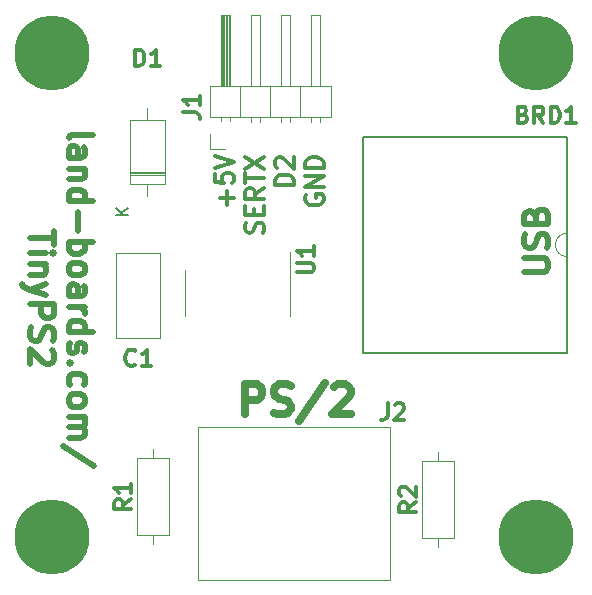
<source format=gbr>
G04 #@! TF.GenerationSoftware,KiCad,Pcbnew,(6.0.1)*
G04 #@! TF.CreationDate,2022-08-01T18:48:13-04:00*
G04 #@! TF.ProjectId,TinyPS2,54696e79-5053-4322-9e6b-696361645f70,X1*
G04 #@! TF.SameCoordinates,Original*
G04 #@! TF.FileFunction,Legend,Top*
G04 #@! TF.FilePolarity,Positive*
%FSLAX46Y46*%
G04 Gerber Fmt 4.6, Leading zero omitted, Abs format (unit mm)*
G04 Created by KiCad (PCBNEW (6.0.1)) date 2022-08-01 18:48:13*
%MOMM*%
%LPD*%
G01*
G04 APERTURE LIST*
%ADD10C,0.304800*%
%ADD11C,0.635000*%
%ADD12C,0.508000*%
%ADD13C,0.320000*%
%ADD14C,0.150000*%
%ADD15C,0.120000*%
%ADD16C,6.350000*%
G04 APERTURE END LIST*
D10*
X28821343Y-26831834D02*
X28821343Y-25670691D01*
X29421267Y-26251262D02*
X28221419Y-26251262D01*
X27846467Y-24219262D02*
X27846467Y-24944977D01*
X28596372Y-25017548D01*
X28521381Y-24944977D01*
X28446391Y-24799834D01*
X28446391Y-24436977D01*
X28521381Y-24291834D01*
X28596372Y-24219262D01*
X28746353Y-24146691D01*
X29121305Y-24146691D01*
X29271286Y-24219262D01*
X29346277Y-24291834D01*
X29421267Y-24436977D01*
X29421267Y-24799834D01*
X29346277Y-24944977D01*
X29271286Y-25017548D01*
X27846467Y-23711262D02*
X29421267Y-23203262D01*
X27846467Y-22695262D01*
X31881705Y-29226691D02*
X31956695Y-29008977D01*
X31956695Y-28646120D01*
X31881705Y-28500977D01*
X31806714Y-28428405D01*
X31656733Y-28355834D01*
X31506752Y-28355834D01*
X31356771Y-28428405D01*
X31281781Y-28500977D01*
X31206790Y-28646120D01*
X31131800Y-28936405D01*
X31056809Y-29081548D01*
X30981819Y-29154120D01*
X30831838Y-29226691D01*
X30681857Y-29226691D01*
X30531876Y-29154120D01*
X30456886Y-29081548D01*
X30381895Y-28936405D01*
X30381895Y-28573548D01*
X30456886Y-28355834D01*
X31131800Y-27702691D02*
X31131800Y-27194691D01*
X31956695Y-26976977D02*
X31956695Y-27702691D01*
X30381895Y-27702691D01*
X30381895Y-26976977D01*
X31956695Y-25452977D02*
X31206790Y-25960977D01*
X31956695Y-26323834D02*
X30381895Y-26323834D01*
X30381895Y-25743262D01*
X30456886Y-25598120D01*
X30531876Y-25525548D01*
X30681857Y-25452977D01*
X30906828Y-25452977D01*
X31056809Y-25525548D01*
X31131800Y-25598120D01*
X31206790Y-25743262D01*
X31206790Y-26323834D01*
X30381895Y-25017548D02*
X30381895Y-24146691D01*
X31956695Y-24582120D02*
X30381895Y-24582120D01*
X30381895Y-23783834D02*
X31956695Y-22767834D01*
X30381895Y-22767834D02*
X31956695Y-23783834D01*
X34492123Y-25162691D02*
X32917323Y-25162691D01*
X32917323Y-24799834D01*
X32992314Y-24582120D01*
X33142294Y-24436977D01*
X33292275Y-24364405D01*
X33592237Y-24291834D01*
X33817209Y-24291834D01*
X34117171Y-24364405D01*
X34267152Y-24436977D01*
X34417133Y-24582120D01*
X34492123Y-24799834D01*
X34492123Y-25162691D01*
X33067304Y-23711262D02*
X32992314Y-23638691D01*
X32917323Y-23493548D01*
X32917323Y-23130691D01*
X32992314Y-22985548D01*
X33067304Y-22912977D01*
X33217285Y-22840405D01*
X33367266Y-22840405D01*
X33592237Y-22912977D01*
X34492123Y-23783834D01*
X34492123Y-22840405D01*
X35527742Y-26033548D02*
X35452751Y-26178691D01*
X35452751Y-26396405D01*
X35527742Y-26614120D01*
X35677722Y-26759262D01*
X35827703Y-26831834D01*
X36127665Y-26904405D01*
X36352637Y-26904405D01*
X36652599Y-26831834D01*
X36802580Y-26759262D01*
X36952561Y-26614120D01*
X37027551Y-26396405D01*
X37027551Y-26251262D01*
X36952561Y-26033548D01*
X36877570Y-25960977D01*
X36352637Y-25960977D01*
X36352637Y-26251262D01*
X37027551Y-25307834D02*
X35452751Y-25307834D01*
X37027551Y-24436977D01*
X35452751Y-24436977D01*
X37027551Y-23711262D02*
X35452751Y-23711262D01*
X35452751Y-23348405D01*
X35527742Y-23130691D01*
X35677722Y-22985548D01*
X35827703Y-22912977D01*
X36127665Y-22840405D01*
X36352637Y-22840405D01*
X36652599Y-22912977D01*
X36802580Y-22985548D01*
X36952561Y-23130691D01*
X37027551Y-23348405D01*
X37027551Y-23711262D01*
D11*
X30383238Y-44583047D02*
X30383238Y-42043047D01*
X31350857Y-42043047D01*
X31592761Y-42164000D01*
X31713714Y-42284952D01*
X31834666Y-42526857D01*
X31834666Y-42889714D01*
X31713714Y-43131619D01*
X31592761Y-43252571D01*
X31350857Y-43373523D01*
X30383238Y-43373523D01*
X32802285Y-44462095D02*
X33165142Y-44583047D01*
X33769904Y-44583047D01*
X34011809Y-44462095D01*
X34132761Y-44341142D01*
X34253714Y-44099238D01*
X34253714Y-43857333D01*
X34132761Y-43615428D01*
X34011809Y-43494476D01*
X33769904Y-43373523D01*
X33286095Y-43252571D01*
X33044190Y-43131619D01*
X32923238Y-43010666D01*
X32802285Y-42768761D01*
X32802285Y-42526857D01*
X32923238Y-42284952D01*
X33044190Y-42164000D01*
X33286095Y-42043047D01*
X33890857Y-42043047D01*
X34253714Y-42164000D01*
X37156571Y-41922095D02*
X34979428Y-45187809D01*
X37882285Y-42284952D02*
X38003238Y-42164000D01*
X38245142Y-42043047D01*
X38849904Y-42043047D01*
X39091809Y-42164000D01*
X39212761Y-42284952D01*
X39333714Y-42526857D01*
X39333714Y-42768761D01*
X39212761Y-43131619D01*
X37761333Y-44583047D01*
X39333714Y-44583047D01*
D12*
X54005238Y-32536190D02*
X55650190Y-32536190D01*
X55843714Y-32439428D01*
X55940476Y-32342666D01*
X56037238Y-32149142D01*
X56037238Y-31762095D01*
X55940476Y-31568571D01*
X55843714Y-31471809D01*
X55650190Y-31375047D01*
X54005238Y-31375047D01*
X55940476Y-30504190D02*
X56037238Y-30213904D01*
X56037238Y-29730095D01*
X55940476Y-29536571D01*
X55843714Y-29439809D01*
X55650190Y-29343047D01*
X55456666Y-29343047D01*
X55263142Y-29439809D01*
X55166380Y-29536571D01*
X55069619Y-29730095D01*
X54972857Y-30117142D01*
X54876095Y-30310666D01*
X54779333Y-30407428D01*
X54585809Y-30504190D01*
X54392285Y-30504190D01*
X54198761Y-30407428D01*
X54102000Y-30310666D01*
X54005238Y-30117142D01*
X54005238Y-29633333D01*
X54102000Y-29343047D01*
X54972857Y-27794857D02*
X55069619Y-27504571D01*
X55166380Y-27407809D01*
X55359904Y-27311047D01*
X55650190Y-27311047D01*
X55843714Y-27407809D01*
X55940476Y-27504571D01*
X56037238Y-27698095D01*
X56037238Y-28472190D01*
X54005238Y-28472190D01*
X54005238Y-27794857D01*
X54102000Y-27601333D01*
X54198761Y-27504571D01*
X54392285Y-27407809D01*
X54585809Y-27407809D01*
X54779333Y-27504571D01*
X54876095Y-27601333D01*
X54972857Y-27794857D01*
X54972857Y-28472190D01*
X15448521Y-21202952D02*
X15545283Y-21009428D01*
X15738807Y-20912666D01*
X17480521Y-20912666D01*
X15448521Y-22847904D02*
X16512902Y-22847904D01*
X16706426Y-22751142D01*
X16803188Y-22557619D01*
X16803188Y-22170571D01*
X16706426Y-21977047D01*
X15545283Y-22847904D02*
X15448521Y-22654380D01*
X15448521Y-22170571D01*
X15545283Y-21977047D01*
X15738807Y-21880285D01*
X15932331Y-21880285D01*
X16125855Y-21977047D01*
X16222617Y-22170571D01*
X16222617Y-22654380D01*
X16319379Y-22847904D01*
X16803188Y-23815523D02*
X15448521Y-23815523D01*
X16609664Y-23815523D02*
X16706426Y-23912285D01*
X16803188Y-24105809D01*
X16803188Y-24396095D01*
X16706426Y-24589619D01*
X16512902Y-24686380D01*
X15448521Y-24686380D01*
X15448521Y-26524857D02*
X17480521Y-26524857D01*
X15545283Y-26524857D02*
X15448521Y-26331333D01*
X15448521Y-25944285D01*
X15545283Y-25750761D01*
X15642045Y-25653999D01*
X15835569Y-25557238D01*
X16416140Y-25557238D01*
X16609664Y-25653999D01*
X16706426Y-25750761D01*
X16803188Y-25944285D01*
X16803188Y-26331333D01*
X16706426Y-26524857D01*
X16222617Y-27492476D02*
X16222617Y-29040666D01*
X15448521Y-30008285D02*
X17480521Y-30008285D01*
X16706426Y-30008285D02*
X16803188Y-30201809D01*
X16803188Y-30588857D01*
X16706426Y-30782380D01*
X16609664Y-30879142D01*
X16416140Y-30975904D01*
X15835569Y-30975904D01*
X15642045Y-30879142D01*
X15545283Y-30782380D01*
X15448521Y-30588857D01*
X15448521Y-30201809D01*
X15545283Y-30008285D01*
X15448521Y-32137047D02*
X15545283Y-31943523D01*
X15642045Y-31846761D01*
X15835569Y-31749999D01*
X16416140Y-31749999D01*
X16609664Y-31846761D01*
X16706426Y-31943523D01*
X16803188Y-32137047D01*
X16803188Y-32427333D01*
X16706426Y-32620857D01*
X16609664Y-32717619D01*
X16416140Y-32814380D01*
X15835569Y-32814380D01*
X15642045Y-32717619D01*
X15545283Y-32620857D01*
X15448521Y-32427333D01*
X15448521Y-32137047D01*
X15448521Y-34556095D02*
X16512902Y-34556095D01*
X16706426Y-34459333D01*
X16803188Y-34265809D01*
X16803188Y-33878761D01*
X16706426Y-33685238D01*
X15545283Y-34556095D02*
X15448521Y-34362571D01*
X15448521Y-33878761D01*
X15545283Y-33685238D01*
X15738807Y-33588476D01*
X15932331Y-33588476D01*
X16125855Y-33685238D01*
X16222617Y-33878761D01*
X16222617Y-34362571D01*
X16319379Y-34556095D01*
X15448521Y-35523714D02*
X16803188Y-35523714D01*
X16416140Y-35523714D02*
X16609664Y-35620476D01*
X16706426Y-35717238D01*
X16803188Y-35910761D01*
X16803188Y-36104285D01*
X15448521Y-37652476D02*
X17480521Y-37652476D01*
X15545283Y-37652476D02*
X15448521Y-37458952D01*
X15448521Y-37071904D01*
X15545283Y-36878380D01*
X15642045Y-36781619D01*
X15835569Y-36684857D01*
X16416140Y-36684857D01*
X16609664Y-36781619D01*
X16706426Y-36878380D01*
X16803188Y-37071904D01*
X16803188Y-37458952D01*
X16706426Y-37652476D01*
X15545283Y-38523333D02*
X15448521Y-38716857D01*
X15448521Y-39103904D01*
X15545283Y-39297428D01*
X15738807Y-39394190D01*
X15835569Y-39394190D01*
X16029093Y-39297428D01*
X16125855Y-39103904D01*
X16125855Y-38813619D01*
X16222617Y-38620095D01*
X16416140Y-38523333D01*
X16512902Y-38523333D01*
X16706426Y-38620095D01*
X16803188Y-38813619D01*
X16803188Y-39103904D01*
X16706426Y-39297428D01*
X15642045Y-40265047D02*
X15545283Y-40361809D01*
X15448521Y-40265047D01*
X15545283Y-40168285D01*
X15642045Y-40265047D01*
X15448521Y-40265047D01*
X15545283Y-42103523D02*
X15448521Y-41909999D01*
X15448521Y-41522952D01*
X15545283Y-41329428D01*
X15642045Y-41232666D01*
X15835569Y-41135904D01*
X16416140Y-41135904D01*
X16609664Y-41232666D01*
X16706426Y-41329428D01*
X16803188Y-41522952D01*
X16803188Y-41909999D01*
X16706426Y-42103523D01*
X15448521Y-43264666D02*
X15545283Y-43071142D01*
X15642045Y-42974380D01*
X15835569Y-42877619D01*
X16416140Y-42877619D01*
X16609664Y-42974380D01*
X16706426Y-43071142D01*
X16803188Y-43264666D01*
X16803188Y-43554952D01*
X16706426Y-43748476D01*
X16609664Y-43845238D01*
X16416140Y-43941999D01*
X15835569Y-43941999D01*
X15642045Y-43845238D01*
X15545283Y-43748476D01*
X15448521Y-43554952D01*
X15448521Y-43264666D01*
X15448521Y-44812857D02*
X16803188Y-44812857D01*
X16609664Y-44812857D02*
X16706426Y-44909619D01*
X16803188Y-45103142D01*
X16803188Y-45393428D01*
X16706426Y-45586952D01*
X16512902Y-45683714D01*
X15448521Y-45683714D01*
X16512902Y-45683714D02*
X16706426Y-45780476D01*
X16803188Y-45973999D01*
X16803188Y-46264285D01*
X16706426Y-46457809D01*
X16512902Y-46554571D01*
X15448521Y-46554571D01*
X17577283Y-48973619D02*
X14964712Y-47231904D01*
X14209001Y-29089047D02*
X14209001Y-30250190D01*
X12177001Y-29669619D02*
X14209001Y-29669619D01*
X12177001Y-30927523D02*
X13531668Y-30927523D01*
X14209001Y-30927523D02*
X14112240Y-30830761D01*
X14015478Y-30927523D01*
X14112240Y-31024285D01*
X14209001Y-30927523D01*
X14015478Y-30927523D01*
X13531668Y-31895142D02*
X12177001Y-31895142D01*
X13338144Y-31895142D02*
X13434906Y-31991904D01*
X13531668Y-32185428D01*
X13531668Y-32475714D01*
X13434906Y-32669238D01*
X13241382Y-32766000D01*
X12177001Y-32766000D01*
X13531668Y-33540095D02*
X12177001Y-34023904D01*
X13531668Y-34507714D02*
X12177001Y-34023904D01*
X11693192Y-33830380D01*
X11596430Y-33733619D01*
X11499668Y-33540095D01*
X12177001Y-35281809D02*
X14209001Y-35281809D01*
X14209001Y-36055904D01*
X14112240Y-36249428D01*
X14015478Y-36346190D01*
X13821954Y-36442952D01*
X13531668Y-36442952D01*
X13338144Y-36346190D01*
X13241382Y-36249428D01*
X13144620Y-36055904D01*
X13144620Y-35281809D01*
X12273763Y-37217047D02*
X12177001Y-37507333D01*
X12177001Y-37991142D01*
X12273763Y-38184666D01*
X12370525Y-38281428D01*
X12564049Y-38378190D01*
X12757573Y-38378190D01*
X12951097Y-38281428D01*
X13047859Y-38184666D01*
X13144620Y-37991142D01*
X13241382Y-37604095D01*
X13338144Y-37410571D01*
X13434906Y-37313809D01*
X13628430Y-37217047D01*
X13821954Y-37217047D01*
X14015478Y-37313809D01*
X14112240Y-37410571D01*
X14209001Y-37604095D01*
X14209001Y-38087904D01*
X14112240Y-38378190D01*
X14015478Y-39152285D02*
X14112240Y-39249047D01*
X14209001Y-39442571D01*
X14209001Y-39926380D01*
X14112240Y-40119904D01*
X14015478Y-40216666D01*
X13821954Y-40313428D01*
X13628430Y-40313428D01*
X13338144Y-40216666D01*
X12177001Y-39055523D01*
X12177001Y-40313428D01*
D13*
X21102666Y-40378000D02*
X21036000Y-40444666D01*
X20836000Y-40511333D01*
X20702666Y-40511333D01*
X20502666Y-40444666D01*
X20369333Y-40311333D01*
X20302666Y-40178000D01*
X20236000Y-39911333D01*
X20236000Y-39711333D01*
X20302666Y-39444666D01*
X20369333Y-39311333D01*
X20502666Y-39178000D01*
X20702666Y-39111333D01*
X20836000Y-39111333D01*
X21036000Y-39178000D01*
X21102666Y-39244666D01*
X22436000Y-40511333D02*
X21636000Y-40511333D01*
X22036000Y-40511333D02*
X22036000Y-39111333D01*
X21902666Y-39311333D01*
X21769333Y-39444666D01*
X21636000Y-39511333D01*
X25141333Y-19008666D02*
X26141333Y-19008666D01*
X26341333Y-19075333D01*
X26474666Y-19208666D01*
X26541333Y-19408666D01*
X26541333Y-19542000D01*
X26541333Y-17608666D02*
X26541333Y-18408666D01*
X26541333Y-18008666D02*
X25141333Y-18008666D01*
X25341333Y-18142000D01*
X25474666Y-18275333D01*
X25541333Y-18408666D01*
X34793333Y-32562666D02*
X35926666Y-32562666D01*
X36060000Y-32496000D01*
X36126666Y-32429333D01*
X36193333Y-32296000D01*
X36193333Y-32029333D01*
X36126666Y-31896000D01*
X36060000Y-31829333D01*
X35926666Y-31762666D01*
X34793333Y-31762666D01*
X36193333Y-30362666D02*
X36193333Y-31162666D01*
X36193333Y-30762666D02*
X34793333Y-30762666D01*
X34993333Y-30896000D01*
X35126666Y-31029333D01*
X35193333Y-31162666D01*
X42455333Y-43670333D02*
X42455333Y-44670333D01*
X42388666Y-44870333D01*
X42255333Y-45003666D01*
X42055333Y-45070333D01*
X41922000Y-45070333D01*
X43055333Y-43803666D02*
X43122000Y-43737000D01*
X43255333Y-43670333D01*
X43588666Y-43670333D01*
X43722000Y-43737000D01*
X43788666Y-43803666D01*
X43855333Y-43937000D01*
X43855333Y-44070333D01*
X43788666Y-44270333D01*
X42988666Y-45070333D01*
X43855333Y-45070333D01*
X44829333Y-52049333D02*
X44162666Y-52516000D01*
X44829333Y-52849333D02*
X43429333Y-52849333D01*
X43429333Y-52316000D01*
X43496000Y-52182666D01*
X43562666Y-52116000D01*
X43696000Y-52049333D01*
X43896000Y-52049333D01*
X44029333Y-52116000D01*
X44096000Y-52182666D01*
X44162666Y-52316000D01*
X44162666Y-52849333D01*
X43562666Y-51516000D02*
X43496000Y-51449333D01*
X43429333Y-51316000D01*
X43429333Y-50982666D01*
X43496000Y-50849333D01*
X43562666Y-50782666D01*
X43696000Y-50716000D01*
X43829333Y-50716000D01*
X44029333Y-50782666D01*
X44829333Y-51582666D01*
X44829333Y-50716000D01*
X20699333Y-51795333D02*
X20032666Y-52262000D01*
X20699333Y-52595333D02*
X19299333Y-52595333D01*
X19299333Y-52062000D01*
X19366000Y-51928666D01*
X19432666Y-51862000D01*
X19566000Y-51795333D01*
X19766000Y-51795333D01*
X19899333Y-51862000D01*
X19966000Y-51928666D01*
X20032666Y-52062000D01*
X20032666Y-52595333D01*
X20699333Y-50462000D02*
X20699333Y-51262000D01*
X20699333Y-50862000D02*
X19299333Y-50862000D01*
X19499333Y-50995333D01*
X19632666Y-51128666D01*
X19699333Y-51262000D01*
X53913333Y-19204000D02*
X54113333Y-19270666D01*
X54180000Y-19337333D01*
X54246666Y-19470666D01*
X54246666Y-19670666D01*
X54180000Y-19804000D01*
X54113333Y-19870666D01*
X53980000Y-19937333D01*
X53446666Y-19937333D01*
X53446666Y-18537333D01*
X53913333Y-18537333D01*
X54046666Y-18604000D01*
X54113333Y-18670666D01*
X54180000Y-18804000D01*
X54180000Y-18937333D01*
X54113333Y-19070666D01*
X54046666Y-19137333D01*
X53913333Y-19204000D01*
X53446666Y-19204000D01*
X55646666Y-19937333D02*
X55180000Y-19270666D01*
X54846666Y-19937333D02*
X54846666Y-18537333D01*
X55380000Y-18537333D01*
X55513333Y-18604000D01*
X55580000Y-18670666D01*
X55646666Y-18804000D01*
X55646666Y-19004000D01*
X55580000Y-19137333D01*
X55513333Y-19204000D01*
X55380000Y-19270666D01*
X54846666Y-19270666D01*
X56246666Y-19937333D02*
X56246666Y-18537333D01*
X56580000Y-18537333D01*
X56780000Y-18604000D01*
X56913333Y-18737333D01*
X56980000Y-18870666D01*
X57046666Y-19137333D01*
X57046666Y-19337333D01*
X56980000Y-19604000D01*
X56913333Y-19737333D01*
X56780000Y-19870666D01*
X56580000Y-19937333D01*
X56246666Y-19937333D01*
X58380000Y-19937333D02*
X57580000Y-19937333D01*
X57980000Y-19937333D02*
X57980000Y-18537333D01*
X57846666Y-18737333D01*
X57713333Y-18870666D01*
X57580000Y-18937333D01*
X21064666Y-15111333D02*
X21064666Y-13711333D01*
X21398000Y-13711333D01*
X21598000Y-13778000D01*
X21731333Y-13911333D01*
X21798000Y-14044666D01*
X21864666Y-14311333D01*
X21864666Y-14511333D01*
X21798000Y-14778000D01*
X21731333Y-14911333D01*
X21598000Y-15044666D01*
X21398000Y-15111333D01*
X21064666Y-15111333D01*
X23198000Y-15111333D02*
X22398000Y-15111333D01*
X22798000Y-15111333D02*
X22798000Y-13711333D01*
X22664666Y-13911333D01*
X22531333Y-14044666D01*
X22398000Y-14111333D01*
D14*
X20450380Y-27693904D02*
X19450380Y-27693904D01*
X20450380Y-27122476D02*
X19878952Y-27551047D01*
X19450380Y-27122476D02*
X20021809Y-27693904D01*
D15*
X19466000Y-30924000D02*
X23206000Y-30924000D01*
X19466000Y-38164000D02*
X19466000Y-30924000D01*
X23206000Y-38164000D02*
X23206000Y-30924000D01*
X19466000Y-38164000D02*
X23206000Y-38164000D01*
X28392000Y-16785000D02*
X28392000Y-10785000D01*
X35062000Y-19445000D02*
X35062000Y-16785000D01*
X31632000Y-19842071D02*
X31632000Y-19445000D01*
X31632000Y-10785000D02*
X31632000Y-16785000D01*
X28752000Y-16785000D02*
X28752000Y-10785000D01*
X36712000Y-10785000D02*
X36712000Y-16785000D01*
X36712000Y-19842071D02*
X36712000Y-19445000D01*
X32522000Y-19445000D02*
X32522000Y-16785000D01*
X28712000Y-22155000D02*
X27442000Y-22155000D01*
X33412000Y-19842071D02*
X33412000Y-19445000D01*
X28632000Y-16785000D02*
X28632000Y-10785000D01*
X34172000Y-19842071D02*
X34172000Y-19445000D01*
X27382000Y-19445000D02*
X37662000Y-19445000D01*
X28872000Y-16785000D02*
X28872000Y-10785000D01*
X37662000Y-19445000D02*
X37662000Y-16785000D01*
X35952000Y-19842071D02*
X35952000Y-19445000D01*
X33412000Y-10785000D02*
X34172000Y-10785000D01*
X28332000Y-10785000D02*
X29092000Y-10785000D01*
X28332000Y-19775000D02*
X28332000Y-19445000D01*
X30872000Y-19842071D02*
X30872000Y-19445000D01*
X28992000Y-16785000D02*
X28992000Y-10785000D01*
X29092000Y-10785000D02*
X29092000Y-16785000D01*
X29092000Y-19775000D02*
X29092000Y-19445000D01*
X30872000Y-10785000D02*
X31632000Y-10785000D01*
X28512000Y-16785000D02*
X28512000Y-10785000D01*
X35952000Y-10785000D02*
X36712000Y-10785000D01*
X27442000Y-22155000D02*
X27442000Y-20885000D01*
X37662000Y-16785000D02*
X27382000Y-16785000D01*
X29982000Y-19445000D02*
X29982000Y-16785000D01*
X30872000Y-16785000D02*
X30872000Y-10785000D01*
X28332000Y-16785000D02*
X28332000Y-10785000D01*
X34172000Y-10785000D02*
X34172000Y-16785000D01*
X27382000Y-16785000D02*
X27382000Y-19445000D01*
X33412000Y-16785000D02*
X33412000Y-10785000D01*
X35952000Y-16785000D02*
X35952000Y-10785000D01*
X25283000Y-34290000D02*
X25283000Y-32340000D01*
X34153000Y-34290000D02*
X34153000Y-30840000D01*
X34153000Y-34290000D02*
X34153000Y-36240000D01*
X25283000Y-34290000D02*
X25283000Y-36240000D01*
X26410000Y-58625000D02*
X42610000Y-58625000D01*
X42610000Y-45625000D02*
X42610000Y-58625000D01*
X26410000Y-45625000D02*
X42610000Y-45625000D01*
X26410000Y-45625000D02*
X26410000Y-58625000D01*
X45366000Y-55086000D02*
X48106000Y-55086000D01*
X46736000Y-47776000D02*
X46736000Y-48546000D01*
X48106000Y-48546000D02*
X45366000Y-48546000D01*
X45366000Y-48546000D02*
X45366000Y-55086000D01*
X46736000Y-55856000D02*
X46736000Y-55086000D01*
X48106000Y-55086000D02*
X48106000Y-48546000D01*
X21236000Y-48292000D02*
X21236000Y-54832000D01*
X21236000Y-54832000D02*
X23976000Y-54832000D01*
X23976000Y-54832000D02*
X23976000Y-48292000D01*
X22606000Y-47522000D02*
X22606000Y-48292000D01*
X22606000Y-55602000D02*
X22606000Y-54832000D01*
X23976000Y-48292000D02*
X21236000Y-48292000D01*
D14*
X57658000Y-21082000D02*
X40386000Y-21082000D01*
X40386000Y-21082000D02*
X40386000Y-39370000D01*
X40386000Y-39370000D02*
X57658000Y-39370000D01*
X57658000Y-39370000D02*
X57658000Y-21082000D01*
D15*
X57658000Y-29242000D02*
G75*
G03*
X57658000Y-31242000I0J-1000000D01*
G01*
X20628000Y-24292000D02*
X23568000Y-24292000D01*
X20628000Y-24052000D02*
X23568000Y-24052000D01*
X22098000Y-18612000D02*
X22098000Y-19632000D01*
X23568000Y-25072000D02*
X23568000Y-19632000D01*
X20628000Y-19632000D02*
X20628000Y-25072000D01*
X23568000Y-19632000D02*
X20628000Y-19632000D01*
X20628000Y-25072000D02*
X23568000Y-25072000D01*
X20628000Y-24172000D02*
X23568000Y-24172000D01*
X22098000Y-26092000D02*
X22098000Y-25072000D01*
D16*
X55000000Y-14000000D03*
X14000000Y-55000000D03*
X14000000Y-14000000D03*
X55000000Y-55000000D03*
M02*

</source>
